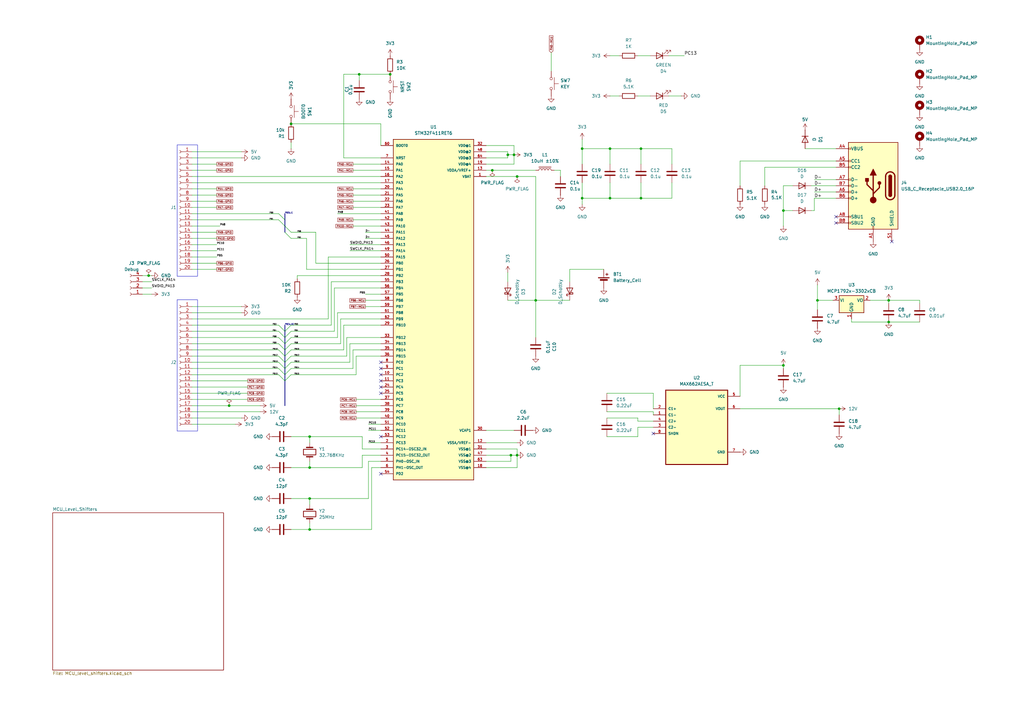
<source format=kicad_sch>
(kicad_sch (version 20250114) (generator "eeschema") (generator_version "9.0")
  (paper "A3")
  (rectangle (start 72.644 59.436) (end 81.026 113.284))
  (rectangle (start 72.644 122.936) (end 81.026 176.784))
  (junction (at 208.28 63.5))
  (junction (at 335.28 123.19))
  (junction (at 364.49 123.19))
  (junction (at 160.02 30.48))
  (junction (at 127 204.47))
  (junction (at 93.98 166.37))
  (junction (at 262.89 60.96))
  (junction (at 250.19 60.96))
  (junction (at 344.17 167.64))
  (junction (at 60.96 113.03))
  (junction (at 238.76 60.96))
  (junction (at 212.09 72.39))
  (junction (at 250.19 81.28))
  (junction (at 119.38 50.8))
  (junction (at 321.31 149.86))
  (junction (at 262.89 81.28))
  (junction (at 147.32 30.48))
  (junction (at 210.82 63.5))
  (junction (at 238.76 81.28))
  (junction (at 201.93 69.85))
  (junction (at 127 217.17))
  (junction (at 219.71 123.19))
  (junction (at 321.31 86.36))
  (junction (at 364.49 132.08))
  (junction (at 127 179.07))
  (junction (at 209.55 186.69))
  (junction (at 127 191.77))
  (junction (at 212.09 186.69))
  (no_connect (at 156.21 161.29))
  (no_connect (at 156.21 158.75))
  (no_connect (at 342.9 91.44))
  (no_connect (at 267.97 177.8))
  (no_connect (at 156.21 148.59))
  (no_connect (at 156.21 151.13))
  (no_connect (at 156.21 179.07))
  (no_connect (at 342.9 88.9))
  (no_connect (at 156.21 156.21))
  (no_connect (at 156.21 153.67))
  (no_connect (at 365.76 99.06))
  (no_connect (at 156.21 194.31))
  (bus_entry (at 116.84 151.13) (size 2.54 -2.54))
  (bus_entry (at 114.3 143.51) (size 2.54 2.54))
  (bus_entry (at 116.84 138.43) (size -2.54 -2.54))
  (bus_entry (at 114.3 146.05) (size 2.54 2.54))
  (bus_entry (at 114.3 140.97) (size 2.54 2.54))
  (bus_entry (at 116.84 148.59) (size 2.54 -2.54))
  (bus_entry (at 116.84 135.89) (size -2.54 -2.54))
  (bus_entry (at 114.3 148.59) (size 2.54 2.54))
  (bus_entry (at 116.84 156.21) (size 2.54 -2.54))
  (bus_entry (at 114.3 87.63) (size 2.54 2.54))
  (bus_entry (at 114.3 90.17) (size 2.54 2.54))
  (bus_entry (at 116.84 146.05) (size 2.54 -2.54))
  (bus_entry (at 116.84 143.51) (size 2.54 -2.54))
  (bus_entry (at 114.3 153.67) (size 2.54 2.54))
  (bus_entry (at 116.84 140.97) (size 2.54 -2.54))
  (bus_entry (at 116.84 92.71) (size 2.54 2.54))
  (bus_entry (at 116.84 153.67) (size 2.54 -2.54))
  (bus_entry (at 116.84 138.43) (size 2.54 -2.54))
  (bus_entry (at 114.3 138.43) (size 2.54 2.54))
  (bus_entry (at 116.84 135.89) (size 2.54 -2.54))
  (bus_entry (at 119.38 97.79) (size -2.54 -2.54))
  (bus_entry (at 114.3 151.13) (size 2.54 2.54))
  (wire (pts (xy 156.21 130.81) (xy 139.7 130.81)))
  (wire (pts (xy 146.05 163.83) (xy 156.21 163.83)))
  (bus (pts (xy 116.84 138.43) (xy 116.84 140.97)))
  (wire (pts (xy 156.21 186.69) (xy 148.59 186.69)))
  (wire (pts (xy 238.76 74.93) (xy 238.76 81.28)))
  (wire (pts (xy 377.19 123.19) (xy 377.19 124.46)))
  (wire (pts (xy 58.42 118.11) (xy 62.23 118.11)))
  (wire (pts (xy 143.51 148.59) (xy 119.38 148.59)))
  (wire (pts (xy 219.71 123.19) (xy 233.68 123.19)))
  (wire (pts (xy 135.89 115.57) (xy 135.89 133.35)))
  (wire (pts (xy 78.74 82.55) (xy 88.9 82.55)))
  (wire (pts (xy 78.74 100.33) (xy 88.9 100.33)))
  (wire (pts (xy 201.93 69.85) (xy 219.71 69.85)))
  (wire (pts (xy 341.63 123.19) (xy 335.28 123.19)))
  (wire (pts (xy 325.12 76.2) (xy 321.31 76.2)))
  (wire (pts (xy 219.71 123.19) (xy 219.71 138.43)))
  (wire (pts (xy 364.49 123.19) (xy 364.49 124.46)))
  (wire (pts (xy 332.74 76.2) (xy 342.9 76.2)))
  (wire (pts (xy 199.39 67.31) (xy 210.82 67.31)))
  (wire (pts (xy 144.78 90.17) (xy 156.21 90.17)))
  (wire (pts (xy 78.74 148.59) (xy 114.3 148.59)))
  (wire (pts (xy 62.23 113.03) (xy 60.96 113.03)))
  (wire (pts (xy 208.28 64.77) (xy 208.28 63.5)))
  (wire (pts (xy 149.86 123.19) (xy 156.21 123.19)))
  (bus (pts (xy 116.84 151.13) (xy 116.84 153.67)))
  (wire (pts (xy 321.31 86.36) (xy 321.31 92.71)))
  (wire (pts (xy 212.09 72.39) (xy 219.71 72.39)))
  (wire (pts (xy 146.05 171.45) (xy 156.21 171.45)))
  (wire (pts (xy 334.01 81.28) (xy 342.9 81.28)))
  (wire (pts (xy 78.74 62.23) (xy 99.06 62.23)))
  (wire (pts (xy 199.39 59.69) (xy 210.82 59.69)))
  (wire (pts (xy 229.87 69.85) (xy 229.87 72.39)))
  (wire (pts (xy 144.78 69.85) (xy 156.21 69.85)))
  (wire (pts (xy 58.42 113.03) (xy 60.96 113.03)))
  (wire (pts (xy 356.87 123.19) (xy 364.49 123.19)))
  (wire (pts (xy 261.62 172.72) (xy 261.62 171.45)))
  (wire (pts (xy 212.09 191.77) (xy 212.09 186.69)))
  (wire (pts (xy 78.74 92.71) (xy 90.17 92.71)))
  (wire (pts (xy 139.7 130.81) (xy 139.7 140.97)))
  (wire (pts (xy 78.74 133.35) (xy 114.3 133.35)))
  (wire (pts (xy 262.89 81.28) (xy 262.89 74.93)))
  (wire (pts (xy 138.43 138.43) (xy 119.38 138.43)))
  (wire (pts (xy 121.92 113.03) (xy 121.92 114.3)))
  (wire (pts (xy 127 204.47) (xy 151.13 204.47)))
  (wire (pts (xy 261.62 179.07) (xy 248.92 179.07)))
  (bus (pts (xy 116.84 140.97) (xy 116.84 143.51)))
  (wire (pts (xy 226.06 21.59) (xy 226.06 29.21)))
  (wire (pts (xy 250.19 60.96) (xy 250.19 67.31)))
  (wire (pts (xy 119.38 50.8) (xy 156.21 50.8)))
  (wire (pts (xy 78.74 140.97) (xy 114.3 140.97)))
  (wire (pts (xy 261.62 22.86) (xy 266.7 22.86)))
  (wire (pts (xy 151.13 204.47) (xy 151.13 189.23)))
  (wire (pts (xy 58.42 120.65) (xy 62.23 120.65)))
  (wire (pts (xy 78.74 161.29) (xy 101.6 161.29)))
  (wire (pts (xy 129.54 107.95) (xy 156.21 107.95)))
  (bus (pts (xy 116.84 148.59) (xy 116.84 151.13)))
  (wire (pts (xy 140.97 64.77) (xy 156.21 64.77)))
  (wire (pts (xy 238.76 57.15) (xy 238.76 60.96)))
  (wire (pts (xy 332.74 86.36) (xy 334.01 86.36)))
  (wire (pts (xy 139.7 140.97) (xy 119.38 140.97)))
  (wire (pts (xy 262.89 81.28) (xy 275.59 81.28)))
  (wire (pts (xy 219.71 72.39) (xy 219.71 123.19)))
  (wire (pts (xy 78.74 107.95) (xy 88.9 107.95)))
  (wire (pts (xy 146.05 166.37) (xy 156.21 166.37)))
  (wire (pts (xy 238.76 81.28) (xy 238.76 83.82)))
  (wire (pts (xy 250.19 81.28) (xy 262.89 81.28)))
  (wire (pts (xy 96.52 173.99) (xy 78.74 173.99)))
  (wire (pts (xy 199.39 184.15) (xy 212.09 184.15)))
  (wire (pts (xy 119.38 217.17) (xy 127 217.17)))
  (wire (pts (xy 156.21 118.11) (xy 137.16 118.11)))
  (wire (pts (xy 267.97 168.91) (xy 267.97 170.18)))
  (wire (pts (xy 233.68 110.49) (xy 233.68 115.57)))
  (wire (pts (xy 344.17 170.18) (xy 344.17 167.64)))
  (wire (pts (xy 321.31 149.86) (xy 321.31 151.13)))
  (wire (pts (xy 156.21 50.8) (xy 156.21 59.69)))
  (wire (pts (xy 144.78 92.71) (xy 156.21 92.71)))
  (wire (pts (xy 208.28 62.23) (xy 208.28 63.5)))
  (wire (pts (xy 250.19 74.93) (xy 250.19 81.28)))
  (wire (pts (xy 148.59 186.69) (xy 148.59 191.77)))
  (wire (pts (xy 119.38 58.42) (xy 119.38 60.96)))
  (wire (pts (xy 125.73 110.49) (xy 125.73 97.79)))
  (wire (pts (xy 334.01 78.74) (xy 342.9 78.74)))
  (wire (pts (xy 250.19 22.86) (xy 254 22.86)))
  (wire (pts (xy 275.59 81.28) (xy 275.59 74.93)))
  (wire (pts (xy 78.74 85.09) (xy 88.9 85.09)))
  (wire (pts (xy 156.21 184.15) (xy 148.59 184.15)))
  (wire (pts (xy 140.97 133.35) (xy 140.97 143.51)))
  (wire (pts (xy 250.19 39.37) (xy 254 39.37)))
  (wire (pts (xy 78.74 153.67) (xy 114.3 153.67)))
  (wire (pts (xy 156.21 138.43) (xy 142.24 138.43)))
  (wire (pts (xy 156.21 105.41) (xy 134.62 105.41)))
  (wire (pts (xy 149.86 120.65) (xy 156.21 120.65)))
  (wire (pts (xy 210.82 59.69) (xy 210.82 63.5)))
  (wire (pts (xy 151.13 176.53) (xy 156.21 176.53)))
  (wire (pts (xy 119.38 204.47) (xy 127 204.47)))
  (bus (pts (xy 116.84 135.89) (xy 116.84 138.43)))
  (wire (pts (xy 78.74 97.79) (xy 88.9 97.79)))
  (wire (pts (xy 99.06 125.73) (xy 78.74 125.73)))
  (wire (pts (xy 250.19 60.96) (xy 238.76 60.96)))
  (wire (pts (xy 147.32 33.02) (xy 147.32 30.48)))
  (wire (pts (xy 156.21 140.97) (xy 143.51 140.97)))
  (wire (pts (xy 364.49 123.19) (xy 377.19 123.19)))
  (wire (pts (xy 78.74 130.81) (xy 134.62 130.81)))
  (wire (pts (xy 144.78 151.13) (xy 119.38 151.13)))
  (wire (pts (xy 78.74 105.41) (xy 88.9 105.41)))
  (wire (pts (xy 135.89 133.35) (xy 119.38 133.35)))
  (wire (pts (xy 156.21 143.51) (xy 144.78 143.51)))
  (wire (pts (xy 233.68 110.49) (xy 247.65 110.49)))
  (wire (pts (xy 321.31 76.2) (xy 321.31 86.36)))
  (wire (pts (xy 156.21 115.57) (xy 135.89 115.57)))
  (wire (pts (xy 119.38 191.77) (xy 127 191.77)))
  (wire (pts (xy 262.89 60.96) (xy 250.19 60.96)))
  (wire (pts (xy 364.49 132.08) (xy 377.19 132.08)))
  (wire (pts (xy 209.55 189.23) (xy 209.55 186.69)))
  (wire (pts (xy 78.74 110.49) (xy 88.9 110.49)))
  (wire (pts (xy 125.73 110.49) (xy 156.21 110.49)))
  (wire (pts (xy 199.39 72.39) (xy 212.09 72.39)))
  (wire (pts (xy 138.43 128.27) (xy 138.43 138.43)))
  (wire (pts (xy 349.25 130.81) (xy 349.25 132.08)))
  (wire (pts (xy 78.74 69.85) (xy 88.9 69.85)))
  (wire (pts (xy 199.39 189.23) (xy 209.55 189.23)))
  (wire (pts (xy 78.74 87.63) (xy 114.3 87.63)))
  (wire (pts (xy 148.59 179.07) (xy 127 179.07)))
  (wire (pts (xy 152.4 217.17) (xy 152.4 191.77)))
  (bus (pts (xy 116.84 146.05) (xy 116.84 148.59)))
  (wire (pts (xy 78.74 143.51) (xy 114.3 143.51)))
  (bus (pts (xy 116.84 92.71) (xy 116.84 95.25)))
  (wire (pts (xy 143.51 140.97) (xy 143.51 148.59)))
  (wire (pts (xy 149.86 97.79) (xy 156.21 97.79)))
  (wire (pts (xy 156.21 113.03) (xy 121.92 113.03)))
  (wire (pts (xy 303.53 149.86) (xy 321.31 149.86)))
  (wire (pts (xy 149.86 125.73) (xy 156.21 125.73)))
  (wire (pts (xy 119.38 97.79) (xy 125.73 97.79)))
  (wire (pts (xy 303.53 149.86) (xy 303.53 162.56)))
  (wire (pts (xy 78.74 138.43) (xy 114.3 138.43)))
  (wire (pts (xy 78.74 90.17) (xy 114.3 90.17)))
  (wire (pts (xy 267.97 172.72) (xy 261.62 172.72)))
  (wire (pts (xy 140.97 64.77) (xy 140.97 30.48)))
  (wire (pts (xy 303.53 167.64) (xy 344.17 167.64)))
  (wire (pts (xy 275.59 60.96) (xy 262.89 60.96)))
  (wire (pts (xy 78.74 67.31) (xy 88.9 67.31)))
  (bus (pts (xy 116.84 87.63) (xy 116.84 90.17)))
  (wire (pts (xy 78.74 146.05) (xy 114.3 146.05)))
  (wire (pts (xy 58.42 115.57) (xy 62.23 115.57)))
  (wire (pts (xy 274.32 39.37) (xy 279.4 39.37)))
  (wire (pts (xy 261.62 171.45) (xy 248.92 171.45)))
  (wire (pts (xy 144.78 67.31) (xy 156.21 67.31)))
  (wire (pts (xy 137.16 118.11) (xy 137.16 135.89)))
  (wire (pts (xy 78.74 72.39) (xy 156.21 72.39)))
  (wire (pts (xy 274.32 22.86) (xy 280.67 22.86)))
  (wire (pts (xy 208.28 123.19) (xy 219.71 123.19)))
  (wire (pts (xy 261.62 39.37) (xy 266.7 39.37)))
  (wire (pts (xy 208.28 63.5) (xy 210.82 63.5)))
  (wire (pts (xy 342.9 66.04) (xy 303.53 66.04)))
  (wire (pts (xy 267.97 161.29) (xy 248.92 161.29)))
  (wire (pts (xy 78.74 102.87) (xy 88.9 102.87)))
  (wire (pts (xy 140.97 30.48) (xy 147.32 30.48)))
  (wire (pts (xy 275.59 67.31) (xy 275.59 60.96)))
  (wire (pts (xy 267.97 168.91) (xy 248.92 168.91)))
  (bus (pts (xy 116.84 143.51) (xy 116.84 146.05)))
  (wire (pts (xy 334.01 86.36) (xy 334.01 81.28)))
  (wire (pts (xy 146.05 146.05) (xy 146.05 153.67)))
  (wire (pts (xy 137.16 135.89) (xy 119.38 135.89)))
  (wire (pts (xy 303.53 66.04) (xy 303.53 76.2)))
  (wire (pts (xy 151.13 173.99) (xy 156.21 173.99)))
  (wire (pts (xy 199.39 64.77) (xy 208.28 64.77)))
  (wire (pts (xy 143.51 102.87) (xy 156.21 102.87)))
  (wire (pts (xy 144.78 80.01) (xy 156.21 80.01)))
  (wire (pts (xy 267.97 175.26) (xy 261.62 175.26)))
  (wire (pts (xy 199.39 176.53) (xy 210.82 176.53)))
  (wire (pts (xy 99.06 171.45) (xy 78.74 171.45)))
  (wire (pts (xy 127 204.47) (xy 127 207.01)))
  (wire (pts (xy 148.59 191.77) (xy 127 191.77)))
  (wire (pts (xy 147.32 30.48) (xy 160.02 30.48)))
  (wire (pts (xy 78.74 156.21) (xy 101.6 156.21)))
  (wire (pts (xy 142.24 138.43) (xy 142.24 146.05)))
  (wire (pts (xy 119.38 95.25) (xy 129.54 95.25)))
  (wire (pts (xy 156.21 128.27) (xy 138.43 128.27)))
  (wire (pts (xy 199.39 181.61) (xy 212.09 181.61)))
  (wire (pts (xy 267.97 167.64) (xy 267.97 161.29)))
  (wire (pts (xy 148.59 184.15) (xy 148.59 179.07)))
  (wire (pts (xy 199.39 186.69) (xy 209.55 186.69)))
  (wire (pts (xy 342.9 68.58) (xy 313.69 68.58)))
  (wire (pts (xy 119.38 179.07) (xy 127 179.07)))
  (wire (pts (xy 199.39 69.85) (xy 201.93 69.85)))
  (wire (pts (xy 238.76 81.28) (xy 250.19 81.28)))
  (wire (pts (xy 156.21 146.05) (xy 146.05 146.05)))
  (wire (pts (xy 134.62 105.41) (xy 134.62 130.81)))
  (wire (pts (xy 78.74 95.25) (xy 88.9 95.25)))
  (wire (pts (xy 199.39 62.23) (xy 208.28 62.23)))
  (wire (pts (xy 199.39 191.77) (xy 212.09 191.77)))
  (bus (pts (xy 116.84 133.35) (xy 116.84 135.89)))
  (wire (pts (xy 138.43 87.63) (xy 156.21 87.63)))
  (wire (pts (xy 140.97 143.51) (xy 119.38 143.51)))
  (wire (pts (xy 335.28 116.84) (xy 335.28 123.19)))
  (wire (pts (xy 78.74 74.93) (xy 156.21 74.93)))
  (wire (pts (xy 144.78 143.51) (xy 144.78 151.13)))
  (wire (pts (xy 334.01 73.66) (xy 342.9 73.66)))
  (wire (pts (xy 78.74 77.47) (xy 88.9 77.47)))
  (wire (pts (xy 313.69 68.58) (xy 313.69 76.2)))
  (bus (pts (xy 116.84 156.21) (xy 116.84 166.37)))
  (wire (pts (xy 78.74 168.91) (xy 106.68 168.91)))
  (wire (pts (xy 238.76 60.96) (xy 238.76 67.31)))
  (wire (pts (xy 146.05 168.91) (xy 156.21 168.91)))
  (wire (pts (xy 78.74 135.89) (xy 114.3 135.89)))
  (wire (pts (xy 78.74 80.01) (xy 88.9 80.01)))
  (bus (pts (xy 116.84 90.17) (xy 116.84 92.71)))
  (wire (pts (xy 127 191.77) (xy 127 189.23)))
  (wire (pts (xy 212.09 184.15) (xy 212.09 186.69)))
  (wire (pts (xy 321.31 86.36) (xy 325.12 86.36)))
  (wire (pts (xy 127 214.63) (xy 127 217.17)))
  (wire (pts (xy 210.82 67.31) (xy 210.82 63.5)))
  (wire (pts (xy 142.24 146.05) (xy 119.38 146.05)))
  (wire (pts (xy 106.68 166.37) (xy 93.98 166.37)))
  (wire (pts (xy 78.74 151.13) (xy 114.3 151.13)))
  (wire (pts (xy 146.05 153.67) (xy 119.38 153.67)))
  (wire (pts (xy 149.86 95.25) (xy 156.21 95.25)))
  (wire (pts (xy 99.06 128.27) (xy 78.74 128.27)))
  (bus (pts (xy 116.84 153.67) (xy 116.84 156.21)))
  (wire (pts (xy 127 181.61) (xy 127 179.07)))
  (wire (pts (xy 227.33 69.85) (xy 229.87 69.85)))
  (wire (pts (xy 156.21 191.77) (xy 152.4 191.77)))
  (wire (pts (xy 127 217.17) (xy 152.4 217.17)))
  (wire (pts (xy 93.98 166.37) (xy 78.74 166.37)))
  (wire (pts (xy 144.78 77.47) (xy 156.21 77.47)))
  (wire (pts (xy 143.51 100.33) (xy 156.21 100.33)))
  (wire (pts (xy 156.21 133.35) (xy 140.97 133.35)))
  (wire (pts (xy 208.28 111.76) (xy 208.28 115.57)))
  (wire (pts (xy 129.54 107.95) (xy 129.54 95.25)))
  (wire (pts (xy 156.21 189.23) (xy 151.13 189.23)))
  (wire (pts (xy 144.78 82.55) (xy 156.21 82.55)))
  (wire (pts (xy 209.55 186.69) (xy 212.09 186.69)))
  (wire (pts (xy 262.89 60.96) (xy 262.89 67.31)))
  (wire (pts (xy 144.78 85.09) (xy 156.21 85.09)))
  (wire (pts (xy 349.25 132.08) (xy 364.49 132.08)))
  (wire (pts (xy 78.74 163.83) (xy 101.6 163.83)))
  (wire (pts (xy 151.13 181.61) (xy 156.21 181.61)))
  (wire (pts (xy 78.74 158.75) (xy 101.6 158.75)))
  (wire (pts (xy 330.2 60.96) (xy 342.9 60.96)))
  (wire (pts (xy 335.28 123.19) (xy 335.28 127)))
  (wire (pts (xy 261.62 175.26) (xy 261.62 179.07)))
  (wire (pts (xy 78.74 64.77) (xy 99.06 64.77)))
  (label "PC13" (at 280.67 22.86 0))
  (label "D-" (at 149.86 95.25 0) (effects (font (size 0.762 0.762))))
  (label "D+" (at 334.01 78.74 0))
  (label "PB10" (at 111.76 143.51 0) (effects (font (size 0.508 0.508))))
  (label "PB9" (at 111.76 140.97 0) (effects (font (size 0.508 0.508))))
  (label "D-" (at 334.01 76.2 0))
  (label "PB0" (at 121.92 95.25 0) (effects (font (size 0.508 0.508))))
  (label "PB4" (at 120.65 135.89 0) (effects (font (size 0.508 0.508))))
  (label "PC10" (at 151.13 173.99 0) (effects (font (size 0.762 0.762))))
  (label "PB10" (at 120.65 143.51 0) (effects (font (size 0.508 0.508))))
  (label "D+" (at 334.01 81.28 0))
  (label "PB12" (at 120.65 146.05 0) (effects (font (size 0.508 0.508))))
  (label "PB3" (at 111.76 133.35 0) (effects (font (size 0.508 0.508))))
  (label "SWCLK_PA14" (at 143.51 102.87 0) (effects (font (size 1.016 1.016))))
  (label "PB0" (at 110.49 87.63 0) (effects (font (size 0.508 0.508))))
  (label "PA8" (at 90.17 92.71 0) (effects (font (size 0.762 0.762))))
  (label "PB4" (at 111.76 135.89 0) (effects (font (size 0.508 0.508))))
  (label "SWDIO_PA13" (at 143.51 100.33 0) (effects (font (size 1.016 1.016))))
  (label "SWCLK_PA14" (at 62.23 115.57 0) (effects (font (size 1.016 1.016))))
  (label "D-" (at 334.01 73.66 0))
  (label "PB15" (at 111.76 153.67 0) (effects (font (size 0.508 0.508))))
  (label "PB8" (at 120.65 138.43 0) (effects (font (size 0.508 0.508))))
  (label "PB12" (at 111.76 146.05 0) (effects (font (size 0.508 0.508))))
  (label "PB5" (at 88.9 105.41 0) (effects (font (size 0.762 0.762))))
  (label "SWDIO_PA13" (at 62.23 118.11 0) (effects (font (size 1.016 1.016))))
  (label "PB13" (at 111.76 148.59 0) (effects (font (size 0.508 0.508))))
  (label "PC10" (at 88.9 100.33 0) (effects (font (size 0.762 0.762))))
  (label "PB9" (at 120.65 140.97 0) (effects (font (size 0.508 0.508))))
  (label "PB[0..1]" (at 116.84 87.63 0) (effects (font (size 0.508 0.508))))
  (label "PB3" (at 120.65 133.35 0) (effects (font (size 0.508 0.508))))
  (label "D+" (at 149.86 97.79 0) (effects (font (size 0.762 0.762))))
  (label "PB[3..15]" (at 116.84 133.35 0) (effects (font (size 0.508 0.508))))
  (label "PB13" (at 120.65 148.59 0) (effects (font (size 0.508 0.508))))
  (label "PB15" (at 120.65 153.67 0) (effects (font (size 0.508 0.508))))
  (label "PB5" (at 149.86 120.65 180) (effects (font (size 0.762 0.762))))
  (label "PB8" (at 111.76 138.43 0) (effects (font (size 0.508 0.508))))
  (label "PC11" (at 88.9 102.87 0) (effects (font (size 0.762 0.762))))
  (label "PB14" (at 111.76 151.13 0) (effects (font (size 0.508 0.508))))
  (label "PB1" (at 110.49 90.17 0) (effects (font (size 0.508 0.508))))
  (label "PC13" (at 151.13 181.61 0) (effects (font (size 0.635 0.635))))
  (label "PB14" (at 120.65 151.13 0) (effects (font (size 0.508 0.508))))
  (label "PA8" (at 138.43 87.63 0) (effects (font (size 0.762 0.762))))
  (label "PC11" (at 151.13 176.53 0) (effects (font (size 0.762 0.762))))
  (label "PB1" (at 121.92 97.79 0) (effects (font (size 0.508 0.508))))
  (global_label "PC8-GPIO" (shape passive) (at 101.6 161.29 0) (effects (font (size 0.762 0.762))) (property "Intersheetrefs" "${INTERSHEET_REFS}" (effects (hide yes))))
  (global_label "PC7-GPIO" (shape passive) (at 101.6 158.75 0) (effects (font (size 0.762 0.762))) (property "Intersheetrefs" "${INTERSHEET_REFS}" (effects (hide yes))))
  (global_label "PA0-GPIO" (shape passive) (at 88.9 67.31 0) (effects (font (size 0.762 0.762))) (property "Intersheetrefs" "${INTERSHEET_REFS}" (effects (hide yes))))
  (global_label "PA10-GPIO" (shape passive) (at 88.9 97.79 0) (effects (font (size 0.762 0.762))) (property "Intersheetrefs" "${INTERSHEET_REFS}" (effects (hide yes))))
  (global_label "PB6-MCU" (shape passive) (at 149.86 123.19 180) (effects (font (size 0.762 0.762))) (property "Intersheetrefs" "${INTERSHEET_REFS}" (effects (hide yes))))
  (global_label "PA4-GPIO" (shape passive) (at 88.9 77.47 0) (effects (font (size 0.762 0.762))) (property "Intersheetrefs" "${INTERSHEET_REFS}" (effects (hide yes))))
  (global_label "PC7-MCU" (shape passive) (at 146.05 166.37 180) (effects (font (size 0.762 0.762))) (property "Intersheetrefs" "${INTERSHEET_REFS}" (effects (hide yes))))
  (global_label "PA6-MCU" (shape passive) (at 144.78 82.55 180) (effects (font (size 0.762 0.762))) (property "Intersheetrefs" "${INTERSHEET_REFS}" (effects (hide yes))))
  (global_label "PB7-GPIO" (shape passive) (at 88.9 110.49 0) (effects (font (size 0.762 0.762))) (property "Intersheetrefs" "${INTERSHEET_REFS}" (effects (hide yes))))
  (global_label "PA10-MCU" (shape passive) (at 144.78 92.71 180) (effects (font (size 0.762 0.762))) (property "Intersheetrefs" "${INTERSHEET_REFS}" (effects (hide yes))))
  (global_label "PC9-GPIO" (shape passive) (at 101.6 163.83 0) (effects (font (size 0.762 0.762))) (property "Intersheetrefs" "${INTERSHEET_REFS}" (effects (hide yes))))
  (global_label "PA5-MCU" (shape passive) (at 144.78 80.01 180) (effects (font (size 0.762 0.762))) (property "Intersheetrefs" "${INTERSHEET_REFS}" (effects (hide yes))))
  (global_label "PA5-GPIO" (shape passive) (at 88.9 80.01 0) (effects (font (size 0.762 0.762))) (property "Intersheetrefs" "${INTERSHEET_REFS}" (effects (hide yes))))
  (global_label "PA4-MCU" (shape passive) (at 144.78 77.47 180) (effects (font (size 0.762 0.762))) (property "Intersheetrefs" "${INTERSHEET_REFS}" (effects (hide yes))))
  (global_label "PC6-MCU" (shape passive) (at 146.05 163.83 180) (effects (font (size 0.762 0.762))) (property "Intersheetrefs" "${INTERSHEET_REFS}" (effects (hide yes))))
  (global_label "PA0-MCU" (shape passive) (at 144.78 67.31 180) (effects (font (size 0.762 0.762))) (property "Intersheetrefs" "${INTERSHEET_REFS}" (effects (hide yes))))
  (global_label "PA7-MCU" (shape passive) (at 144.78 85.09 180) (effects (font (size 0.762 0.762))) (property "Intersheetrefs" "${INTERSHEET_REFS}" (effects (hide yes))))
  (global_label "PC9-MCU" (shape passive) (at 146.05 171.45 180) (effects (font (size 0.762 0.762))) (property "Intersheetrefs" "${INTERSHEET_REFS}" (effects (hide yes))))
  (global_label "PC8-MCU" (shape passive) (at 146.05 168.91 180) (effects (font (size 0.762 0.762))) (property "Intersheetrefs" "${INTERSHEET_REFS}" (effects (hide yes))))
  (global_label "PC6-GPIO" (shape passive) (at 101.6 156.21 0) (effects (font (size 0.762 0.762))) (property "Intersheetrefs" "${INTERSHEET_REFS}" (effects (hide yes))))
  (global_label "PA1-GPIO" (shape passive) (at 88.9 69.85 0) (effects (font (size 0.762 0.762))) (property "Intersheetrefs" "${INTERSHEET_REFS}" (effects (hide yes))))
  (global_label "PA6-GPIO" (shape passive) (at 88.9 82.55 0) (effects (font (size 0.762 0.762))) (property "Intersheetrefs" "${INTERSHEET_REFS}" (effects (hide yes))))
  (global_label "PA9-GPIO" (shape passive) (at 88.9 95.25 0) (effects (font (size 0.762 0.762))) (property "Intersheetrefs" "${INTERSHEET_REFS}" (effects (hide yes))))
  (global_label "PA7-GPIO" (shape passive) (at 88.9 85.09 0) (effects (font (size 0.762 0.762))) (property "Intersheetrefs" "${INTERSHEET_REFS}" (effects (hide yes))))
  (global_label "PA1-MCU" (shape passive) (at 144.78 69.85 180) (effects (font (size 0.762 0.762))) (property "Intersheetrefs" "${INTERSHEET_REFS}" (effects (hide yes))))
  (global_label "PB6-GPIO" (shape passive) (at 88.9 107.95 0) (effects (font (size 0.762 0.762))) (property "Intersheetrefs" "${INTERSHEET_REFS}" (effects (hide yes))))
  (global_label "PB7-MCU" (shape passive) (at 149.86 125.73 180) (effects (font (size 0.762 0.762))) (property "Intersheetrefs" "${INTERSHEET_REFS}" (effects (hide yes))))
  (global_label "PA9-MCU" (shape passive) (at 144.78 90.17 180) (effects (font (size 0.762 0.762))) (property "Intersheetrefs" "${INTERSHEET_REFS}" (effects (hide yes))))
  (global_label "PA0-MCU" (shape input) (at 226.06 21.59 90) (effects (font (size 0.762 0.762))) (property "Intersheetrefs" "${INTERSHEET_REFS}" (effects (hide yes))))
  (symbol (lib_id "power:GND") (at 147.32 40.64 0) (unit 1)
    (property "Reference" "#PWR0107" (effects (hide yes)))
    (property "Value" "GND" (at 149.86 41.9099 0) (effects (justify left)))
    (property "Description" "Power symbol creates a global label with name \"GND\" , ground" (effects (hide yes)))
  )
  (symbol (lib_id "power:VCC") (at 364.49 123.19 0) (unit 1)
    (property "Reference" "#PWR043" (effects (hide yes)))
    (property "Value" "3V3" (at 364.49 118.11 0))
    (property "Description" "Power symbol creates a global label with name \"VCC\"" (effects (hide yes)))
  )
  (symbol (lib_id "Device:C") (at 115.57 204.47 90) (unit 1)
    (property "Reference" "C4" (at 115.57 196.85 90))
    (property "Value" "12pF" (at 115.57 199.39 90))
    (property "Footprint" "Capacitor_SMD:C_0603_1608Metric_Pad1.08x0.95mm_HandSolder" (effects (hide yes)))
    (property "Description" "Unpolarized capacitor" (effects (hide yes)))
  )
  (symbol (lib_id "power:GND") (at 218.44 176.53 90) (unit 1)
    (property "Reference" "#PWR0116" (effects (hide yes)))
    (property "Value" "GND" (at 222.25 176.5299 90) (effects (justify right)))
    (property "Description" "Power symbol creates a global label with name \"GND\" , ground" (effects (hide yes)))
  )
  (symbol (lib_id "Device:C") (at 229.87 76.2 180) (unit 1)
    (property "Reference" "C14" (at 233.68 74.9299 0) (effects (justify right)))
    (property "Value" "0.1u" (at 233.68 77.4699 0) (effects (justify right)))
    (property "Footprint" "Capacitor_SMD:C_0603_1608Metric_Pad1.08x0.95mm_HandSolder" (effects (hide yes)))
    (property "Description" "Unpolarized capacitor" (effects (hide yes)))
  )
  (symbol (lib_id "power:VCC") (at 344.17 167.64 270) (unit 1)
    (property "Reference" "#PWR059" (effects (hide yes)))
    (property "Value" "12V" (at 347.98 167.6399 90) (effects (justify left)))
    (property "Description" "Power symbol creates a global label with name \"VCC\"" (effects (hide yes)))
  )
  (symbol (lib_id "power:GND") (at 111.76 191.77 270) (unit 1)
    (property "Reference" "#PWR0113" (effects (hide yes)))
    (property "Value" "GND" (at 107.95 191.7699 90) (effects (justify right)))
    (property "Description" "Power symbol creates a global label with name \"GND\" , ground" (effects (hide yes)))
  )
  (symbol (lib_id "power:VCC") (at 96.52 173.99 270) (unit 1)
    (property "Reference" "#PWR0139" (effects (hide yes)))
    (property "Value" "3V3" (at 100.33 173.9899 90) (effects (justify left)))
    (property "Description" "Power symbol creates a global label with name \"VCC\"" (effects (hide yes)))
  )
  (symbol (lib_id "Device:D_Schottky") (at 208.28 119.38 270) (mirror x) (unit 1)
    (property "Reference" "D3" (at 214.63 119.6975 0))
    (property "Value" "D_Schottky" (at 212.09 119.6975 0))
    (property "Footprint" "Diode_SMD:D_0603_1608Metric_Pad1.05x0.95mm_HandSolder" (effects (hide yes)))
    (property "Description" "Schottky diode" (effects (hide yes)))
  )
  (symbol (lib_id "power:GND") (at 279.4 39.37 90) (unit 1)
    (property "Reference" "#PWR049" (effects (hide yes)))
    (property "Value" "GND" (at 283.21 39.3699 90) (effects (justify right)))
    (property "Description" "Power symbol creates a global label with name \"GND\" , ground" (effects (hide yes)))
  )
  (symbol (lib_id "Device:R") (at 257.81 39.37 90) (unit 1)
    (property "Reference" "R6" (at 257.81 33.02 90))
    (property "Value" "5.1K" (at 257.81 35.56 90))
    (property "Footprint" "Resistor_SMD:R_0603_1608Metric_Pad0.98x0.95mm_HandSolder" (effects (hide yes)))
    (property "Description" "Resistor" (effects (hide yes)))
  )
  (symbol (lib_id "power:VCC") (at 160.02 22.86 0) (unit 1)
    (property "Reference" "#PWR0118" (effects (hide yes)))
    (property "Value" "3V3" (at 160.02 17.78 0))
    (property "Description" "Power symbol creates a global label with name \"VCC\"" (effects (hide yes)))
  )
  (symbol (lib_id "power:PWR_FLAG") (at 60.96 113.03 0) (unit 1)
    (property "Reference" "#FLG010" (effects (hide yes)))
    (property "Value" "PWR_FLAG" (at 60.96 107.95 0))
    (property "Description" "Special symbol for telling ERC where power comes from" (effects (hide yes)))
  )
  (symbol (lib_id "Device:L_Iron") (at 223.52 69.85 90) (unit 1)
    (property "Reference" "L1" (at 223.52 63.5 90))
    (property "Value" "10uH ±10%" (at 223.52 66.04 90))
    (property "Footprint" "Inductor_SMD:L_0603_1608Metric_Pad1.05x0.95mm_HandSolder" (effects (hide yes)))
    (property "Description" "Inductor with iron core" (effects (hide yes)))
  )
  (symbol (lib_id "Device:C") (at 344.17 173.99 0) (unit 1)
    (property "Reference" "C18" (at 347.98 172.7199 0) (effects (justify left)))
    (property "Value" "4.7uF" (at 347.98 175.2599 0) (effects (justify left)))
    (property "Footprint" "Capacitor_SMD:C_0603_1608Metric_Pad1.08x0.95mm_HandSolder" (effects (hide yes)))
    (property "Description" "Unpolarized capacitor" (effects (hide yes)))
  )
  (symbol (lib_id "Device:C") (at 335.28 130.81 0) (unit 1)
    (property "Reference" "C7" (at 339.09 129.5399 0) (effects (justify left)))
    (property "Value" "4.7uF" (at 339.09 132.0799 0) (effects (justify left)))
    (property "Footprint" "Capacitor_SMD:C_0603_1608Metric_Pad1.08x0.95mm_HandSolder" (effects (hide yes)))
    (property "Description" "Unpolarized capacitor" (effects (hide yes)))
  )
  (symbol (lib_id "power:GND") (at 121.92 121.92 0) (unit 1)
    (property "Reference" "#PWR0101" (effects (hide yes)))
    (property "Value" "GND" (at 121.92 127 0))
    (property "Description" "Power symbol creates a global label with name \"GND\" , ground" (effects (hide yes)))
  )
  (symbol (lib_id "Device:R") (at 313.69 80.01 0) (unit 1)
    (property "Reference" "R4" (at 316.23 78.7399 0) (effects (justify left)))
    (property "Value" "5.1K" (at 320.802 81.026 0) (effects (justify right)))
    (property "Footprint" "Resistor_SMD:R_0603_1608Metric_Pad0.98x0.95mm_HandSolder" (effects (hide yes)))
    (property "Description" "Resistor" (effects (hide yes)))
  )
  (symbol (lib_id "Switch:SW_Push") (at 226.06 34.29 270) (unit 1)
    (property "Reference" "SW7" (at 229.87 33.0199 90) (effects (justify left)))
    (property "Value" "KEY" (at 229.87 35.5599 90) (effects (justify left)))
    (property "Footprint" "Button_Switch_THT:SW_PUSH_6mm" (effects (hide yes)))
    (property "Description" "Push button switch, generic, two pins" (effects (hide yes)))
  )
  (symbol (lib_id "Device:D") (at 330.2 57.15 270) (unit 1)
    (property "Reference" "D1" (at 336.55 57.15 0))
    (property "Value" "D" (at 334.01 57.15 0))
    (property "Footprint" "Diode_SMD:D_0603_1608Metric_Pad1.05x0.95mm_HandSolder" (effects (hide yes)))
    (property "Description" "Diode" (effects (hide yes)))
    (property "Sim.Device" "D" (effects (hide yes)))
    (property "Sim.Pins" "1=K 2=A" (effects (hide yes)))
  )
  (symbol (lib_id "Device:D") (at 328.93 86.36 180) (unit 1)
    (property "Reference" "D17" (at 328.93 80.01 0))
    (property "Value" "D" (at 328.93 82.55 0))
    (property "Footprint" "Diode_SMD:D_0603_1608Metric_Pad1.05x0.95mm_HandSolder" (effects (hide yes)))
    (property "Description" "Diode" (effects (hide yes)))
    (property "Sim.Device" "D" (effects (hide yes)))
    (property "Sim.Pins" "1=K 2=A" (effects (hide yes)))
  )
  (symbol (lib_id "Connector:Conn_01x04_Socket") (at 53.34 118.11 180) (unit 1)
    (property "Reference" "J3" (at 53.975 107.95 0))
    (property "Value" "Debug" (at 53.975 110.49 0))
    (property "Footprint" "Connector_Hirose:Hirose_DF13-04P-1.25DSA_1x04_P1.25mm_Vertical" (effects (hide yes)))
    (property "Description" "Generic connector, single row, 01x04, script generated" (effects (hide yes)))
  )
  (symbol (lib_id "power:PWR_FLAG") (at 212.09 72.39 180) (unit 1)
    (property "Reference" "#FLG07" (effects (hide yes)))
    (property "Value" "PWR_FLAG" (at 212.09 77.47 0))
    (property "Description" "Special symbol for telling ERC where power comes from" (effects (hide yes)))
  )
  (symbol (lib_id "power:GND") (at 219.71 146.05 0) (unit 1)
    (property "Reference" "#PWR045" (effects (hide yes)))
    (property "Value" "GND" (at 219.71 151.13 0))
    (property "Description" "Power symbol creates a global label with name \"GND\" , ground" (effects (hide yes)))
  )
  (symbol (lib_id "power:GND") (at 111.76 204.47 270) (unit 1)
    (property "Reference" "#PWR0111" (effects (hide yes)))
    (property "Value" "GND" (at 107.95 204.4699 90) (effects (justify right)))
    (property "Description" "Power symbol creates a global label with name \"GND\" , ground" (effects (hide yes)))
  )
  (symbol (lib_id "Mechanical:MountingHole_Pad_MP") (at 377.19 44.45 0) (unit 1) (in_bom no)
    (property "Reference" "H3" (at 379.73 41.9099 0) (effects (justify left)))
    (property "Value" "MountingHole_Pad_MP" (at 379.73 44.4499 0) (effects (justify left)))
    (property "Footprint" "MountingHole:MountingHole_3.2mm_M3_DIN965_Pad_TopBottom" (effects (hide yes)))
    (property "Description" "Mounting Hole with connection as pad named MP" (effects (hide yes)))
  )
  (symbol (lib_id "power:GND") (at 344.17 177.8 0) (unit 1)
    (property "Reference" "#PWR056" (effects (hide yes)))
    (property "Value" "GND" (at 344.17 182.88 0))
    (property "Description" "Power symbol creates a global label with name \"GND\" , ground" (effects (hide yes)))
  )
  (symbol (lib_id "power:GND") (at 313.69 83.82 0) (unit 1)
    (property "Reference" "#PWR022" (effects (hide yes)))
    (property "Value" "GND" (at 313.69 88.9 0))
    (property "Description" "Power symbol creates a global label with name \"GND\" , ground" (effects (hide yes)))
  )
  (symbol (lib_id "power:VCC") (at 321.31 149.86 0) (unit 1)
    (property "Reference" "#PWR058" (effects (hide yes)))
    (property "Value" "5V" (at 321.31 144.78 0))
    (property "Description" "Power symbol creates a global label with name \"VCC\"" (effects (hide yes)))
  )
  (symbol (lib_id "Connector:USB_C_Receptacle_USB2.0_16P") (at 358.14 76.2 0) (mirror y) (unit 1)
    (property "Reference" "J4" (at 369.57 74.9299 0) (effects (justify right)))
    (property "Value" "USB_C_Receptacle_USB2.0_16P" (at 369.57 77.4699 0) (effects (justify right)))
    (property "Footprint" "Connector_USB:USB_C_Receptacle_G-Switch_GT-USB-7010ASV" (effects (hide yes)))
    (property "Datasheet" "https://www.usb.org/sites/default/files/documents/usb_type-c.zip" (effects (hide yes)))
    (property "Description" "USB 2.0-only 16P Type-C Receptacle connector" (effects (hide yes)))
  )
  (symbol (lib_id "power:GND") (at 377.19 34.29 0) (unit 1)
    (property "Reference" "#PWR097" (effects (hide yes)))
    (property "Value" "GND" (at 377.19 39.37 0))
    (property "Description" "Power symbol creates a global label with name \"GND\" , ground" (effects (hide yes)))
  )
  (symbol (lib_id "Device:C") (at 147.32 36.83 0) (unit 1)
    (property "Reference" "C1" (at 142.24 36.576 90))
    (property "Value" "0.1u" (at 143.764 36.83 90))
    (property "Footprint" "Capacitor_SMD:C_0603_1608Metric_Pad1.08x0.95mm_HandSolder" (effects (hide yes)))
    (property "Description" "Unpolarized capacitor" (effects (hide yes)))
  )
  (symbol (lib_id "Device:C") (at 377.19 128.27 0) (unit 1)
    (property "Reference" "C9" (at 381 126.9999 0) (effects (justify left)))
    (property "Value" "0.01uF" (at 381 129.5399 0) (effects (justify left)))
    (property "Footprint" "Capacitor_SMD:C_0603_1608Metric_Pad1.08x0.95mm_HandSolder" (effects (hide yes)))
    (property "Description" "Unpolarized capacitor" (effects (hide yes)))
  )
  (symbol (lib_id "Mechanical:MountingHole_Pad_MP") (at 377.19 17.78 0) (unit 1) (in_bom no)
    (property "Reference" "H1" (at 379.73 15.2399 0) (effects (justify left)))
    (property "Value" "MountingHole_Pad_MP" (at 379.73 17.7799 0) (effects (justify left)))
    (property "Footprint" "MountingHole:MountingHole_3.2mm_M3_DIN965_Pad_TopBottom" (effects (hide yes)))
    (property "Description" "Mounting Hole with connection as pad named MP" (effects (hide yes)))
  )
  (symbol (lib_id "power:GND") (at 377.19 59.69 0) (unit 1)
    (property "Reference" "#PWR099" (effects (hide yes)))
    (property "Value" "GND" (at 377.19 64.77 0))
    (property "Description" "Power symbol creates a global label with name \"GND\" , ground" (effects (hide yes)))
  )
  (symbol (lib_id "Device:C") (at 262.89 71.12 0) (unit 1)
    (property "Reference" "C12" (at 266.7 69.8499 0) (effects (justify left)))
    (property "Value" "0.1u" (at 266.7 72.3899 0) (effects (justify left)))
    (property "Footprint" "Capacitor_SMD:C_0603_1608Metric_Pad1.08x0.95mm_HandSolder" (effects (hide yes)))
    (property "Description" "Unpolarized capacitor" (effects (hide yes)))
  )
  (symbol (lib_id "power:GND") (at 364.49 132.08 0) (unit 1)
    (property "Reference" "#PWR044" (effects (hide yes)))
    (property "Value" "GND" (at 364.49 137.16 0))
    (property "Description" "Power symbol creates a global label with name \"GND\" , ground" (effects (hide yes)))
  )
  (symbol (lib_id "power:VCC") (at 119.38 40.64 0) (unit 1)
    (property "Reference" "#PWR0109" (effects (hide yes)))
    (property "Value" "3V3" (at 119.3801 36.83 90) (effects (justify left)))
    (property "Description" "Power symbol creates a global label with name \"VCC\"" (effects (hide yes)))
  )
  (symbol (lib_id "Device:C") (at 275.59 71.12 0) (unit 1)
    (property "Reference" "C13" (at 279.4 69.8499 0) (effects (justify left)))
    (property "Value" "0.1u" (at 279.4 72.3899 0) (effects (justify left)))
    (property "Footprint" "Capacitor_SMD:C_0603_1608Metric_Pad1.08x0.95mm_HandSolder" (effects (hide yes)))
    (property "Description" "Unpolarized capacitor" (effects (hide yes)))
  )
  (symbol (lib_id "power:GND") (at 335.28 134.62 0) (unit 1)
    (property "Reference" "#PWR042" (effects (hide yes)))
    (property "Value" "GND" (at 335.28 139.7 0))
    (property "Description" "Power symbol creates a global label with name \"GND\" , ground" (effects (hide yes)))
  )
  (symbol (lib_id "Device:C") (at 250.19 71.12 0) (unit 1)
    (property "Reference" "C11" (at 254 69.8499 0) (effects (justify left)))
    (property "Value" "0.1u" (at 254 72.3899 0) (effects (justify left)))
    (property "Footprint" "Capacitor_SMD:C_0603_1608Metric_Pad1.08x0.95mm_HandSolder" (effects (hide yes)))
    (property "Description" "Unpolarized capacitor" (effects (hide yes)))
  )
  (symbol (lib_id "power:VCC") (at 208.28 111.76 0) (unit 1)
    (property "Reference" "#PWR046" (effects (hide yes)))
    (property "Value" "3V3" (at 208.2801 107.95 90) (effects (justify left)))
    (property "Description" "Power symbol creates a global label with name \"VCC\"" (effects (hide yes)))
  )
  (symbol (lib_id "Regulator_Linear:MCP1792x-3302xCB") (at 349.25 123.19 0) (unit 1)
    (property "Reference" "U3" (at 349.25 116.84 0))
    (property "Value" "MCP1792x-3302xCB" (at 349.25 119.38 0))
    (property "Footprint" "Package_TO_SOT_SMD:SOT-23" (effects (hide yes)))
    (property "Datasheet" "https://ww1.microchip.com/downloads/aemDocuments/documents/APID/ProductDocuments/DataSheets/MCP1792-Family-Data-Sheet-DS20006229D.pdf" (effects (hide yes)))
    (property "Description" "100mA Low Quiscent Current LDO, 4.5-55V input, 3.3V output, SOT-23" (effects (hide yes)))
  )
  (symbol (lib_id "Device:C") (at 115.57 191.77 90) (unit 1)
    (property "Reference" "C3" (at 115.57 184.15 90))
    (property "Value" "4.3pF" (at 115.57 186.69 90))
    (property "Footprint" "Capacitor_SMD:C_0603_1608Metric_Pad1.08x0.95mm_HandSolder" (effects (hide yes)))
    (property "Description" "Unpolarized capacitor" (effects (hide yes)))
  )
  (symbol (lib_id "power:VCC") (at 106.68 166.37 270) (unit 1)
    (property "Reference" "#PWR0104" (effects (hide yes)))
    (property "Value" "5V" (at 110.49 166.3699 90) (effects (justify left)))
    (property "Description" "Power symbol creates a global label with name \"VCC\"" (effects (hide yes)))
  )
  (symbol (lib_id "power:GND") (at 247.65 118.11 0) (unit 1)
    (property "Reference" "#PWR0123" (effects (hide yes)))
    (property "Value" "GND" (at 247.65 123.19 0))
    (property "Description" "Power symbol creates a global label with name \"GND\" , ground" (effects (hide yes)))
  )
  (symbol (lib_id "Connector:Conn_01x20_Socket") (at 73.66 148.59 0) (mirror y) (unit 1)
    (property "Reference" "J2" (at 72.39 148.5899 0) (effects (justify left)))
    (property "Value" "Conn_01x20_Socket" (effects (hide yes)))
    (property "Footprint" "Connector_JST:JST_XA_B20B-XASK-1-A_1x20_P2.50mm_Vertical" (effects (hide yes)))
    (property "Description" "Generic connector, single row, 01x20, script generated" (effects (hide yes)))
  )
  (symbol (lib_id "power:GND") (at 377.19 20.32 0) (unit 1)
    (property "Reference" "#PWR096" (effects (hide yes)))
    (property "Value" "GND" (at 377.19 25.4 0))
    (property "Description" "Power symbol creates a global label with name \"GND\" , ground" (effects (hide yes)))
  )
  (symbol (lib_id "Device:C") (at 115.57 217.17 90) (unit 1)
    (property "Reference" "C5" (at 115.57 209.55 90))
    (property "Value" "12pF" (at 115.57 212.09 90))
    (property "Footprint" "Capacitor_SMD:C_0603_1608Metric_Pad1.08x0.95mm_HandSolder" (effects (hide yes)))
    (property "Description" "Unpolarized capacitor" (effects (hide yes)))
  )
  (symbol (lib_id "power:GND") (at 321.31 158.75 0) (unit 1)
    (property "Reference" "#PWR055" (effects (hide yes)))
    (property "Value" "GND" (at 321.31 163.83 0))
    (property "Description" "Power symbol creates a global label with name \"GND\" , ground" (effects (hide yes)))
  )
  (symbol (lib_id "Device:LED") (at 270.51 22.86 180) (unit 1)
    (property "Reference" "D4" (at 272.0975 29.21 0))
    (property "Value" "GREEN" (at 272.0975 26.67 0))
    (property "Footprint" "LED_SMD:LED_0603_1608Metric_Pad1.05x0.95mm_HandSolder" (effects (hide yes)))
    (property "Description" "Light emitting diode" (effects (hide yes)))
    (property "Sim.Pins" "1=K 2=A" (effects (hide yes)))
  )
  (symbol (lib_id "power:VCC") (at 99.06 62.23 270) (unit 1)
    (property "Reference" "#PWR0114" (effects (hide yes)))
    (property "Value" "5V" (at 102.87 62.2299 90) (effects (justify left)))
    (property "Description" "Power symbol creates a global label with name \"VCC\"" (effects (hide yes)))
  )
  (symbol (lib_id "power:GND") (at 229.87 80.01 0) (unit 1)
    (property "Reference" "#PWR0122" (effects (hide yes)))
    (property "Value" "GND" (at 229.87 85.09 0))
    (property "Description" "Power symbol creates a global label with name \"GND\" , ground" (effects (hide yes)))
  )
  (symbol (lib_id "power:GND") (at 111.76 179.07 270) (unit 1)
    (property "Reference" "#PWR0112" (effects (hide yes)))
    (property "Value" "GND" (at 107.95 179.0699 90) (effects (justify right)))
    (property "Description" "Power symbol creates a global label with name \"GND\" , ground" (effects (hide yes)))
  )
  (symbol (lib_id "STM32F411RET6:STM32F411RET6") (at 179.07 123.19 0) (unit 1)
    (property "Reference" "U1" (at 177.8 52.07 0))
    (property "Value" "STM32F411RET6" (at 177.8 54.61 0))
    (property "Footprint" "STM32F411RET6:QFP50P1200X1200X160-64N" (effects (hide yes)))
    (property "MF" "STMicroelectronics" (effects (hide yes)))
    (property "Description_1" "ARM® Cortex®-M4 STM32F4 Microcontroller IC 32-Bit Single-Core 100MHz 512KB (512K x 8) FLASH 64-LQFP (10x10)" (effects (hide yes)))
    (property "Package" "LQFP-64 STMicroelectronics" (effects (hide yes)))
    (property "Price" "None" (effects (hide yes)))
    (property "Check_prices" "https://www.snapeda.com/parts/STM32F411RET6/STMicroelectronics/view-part/?ref=eda" (effects (hide yes)))
    (property "SnapEDA_Link" "https://www.snapeda.com/parts/STM32F411RET6/STMicroelectronics/view-part/?ref=snap" (effects (hide yes)))
    (property "MP" "STM32F411RET6" (effects (hide yes)))
    (property "Availability" "In Stock" (effects (hide yes)))
    (property "MANUFACTURER" "ST Microelectronics" (effects (hide yes)))
  )
  (symbol (lib_id "Device:R") (at 257.81 22.86 90) (unit 1)
    (property "Reference" "R7" (at 257.81 16.51 90))
    (property "Value" "1K" (at 257.81 19.05 90))
    (property "Footprint" "Resistor_SMD:R_0603_1608Metric_Pad0.98x0.95mm_HandSolder" (effects (hide yes)))
    (property "Description" "Resistor" (effects (hide yes)))
  )
  (symbol (lib_name "Crystal_1") (lib_id "Device:Crystal") (at 127 210.82 90) (unit 1)
    (property "Reference" "Y2" (at 130.81 209.5499 90) (effects (justify right)))
    (property "Value" "25MHz" (at 130.81 212.0899 90) (effects (justify right)))
    (property "Footprint" "Crystal:Crystal_SMD_3225-4Pin_3.2x2.5mm" (effects (hide yes)))
    (property "Description" "Two pin crystal" (effects (hide yes)))
  )
  (symbol (lib_id "power:GND") (at 226.06 39.37 0) (unit 1)
    (property "Reference" "#PWR025" (effects (hide yes)))
    (property "Value" "GND" (at 226.06 44.45 0))
    (property "Description" "Power symbol creates a global label with name \"GND\" , ground" (effects (hide yes)))
  )
  (symbol (lib_id "Device:R") (at 119.38 54.61 180) (unit 1)
    (property "Reference" "R1" (at 116.84 55.8801 0) (effects (justify left)))
    (property "Value" "10k" (at 116.84 53.3401 0) (effects (justify left)))
    (property "Footprint" "Resistor_SMD:R_0603_1608Metric_Pad0.98x0.95mm_HandSolder" (effects (hide yes)))
    (property "Description" "Resistor" (effects (hide yes)))
  )
  (symbol (lib_id "power:VCC") (at 238.76 57.15 0) (unit 1)
    (property "Reference" "#PWR050" (effects (hide yes)))
    (property "Value" "3V3" (at 238.76 52.07 0))
    (property "Description" "Power symbol creates a global label with name \"VCC\"" (effects (hide yes)))
  )
  (symbol (lib_id "Mechanical:MountingHole_Pad_MP") (at 377.19 31.75 0) (unit 1) (in_bom no)
    (property "Reference" "H2" (at 379.73 29.2099 0) (effects (justify left)))
    (property "Value" "MountingHole_Pad_MP" (at 379.73 31.7499 0) (effects (justify left)))
    (property "Footprint" "MountingHole:MountingHole_3.2mm_M3_DIN965_Pad_TopBottom" (effects (hide yes)))
    (property "Description" "Mounting Hole with connection as pad named MP" (effects (hide yes)))
  )
  (symbol (lib_id "Device:C") (at 238.76 71.12 0) (unit 1)
    (property "Reference" "C19" (at 242.57 69.8499 0) (effects (justify left)))
    (property "Value" "0.1u" (at 242.57 72.3899 0) (effects (justify left)))
    (property "Footprint" "Capacitor_SMD:C_0603_1608Metric_Pad1.08x0.95mm_HandSolder" (effects (hide yes)))
    (property "Description" "Unpolarized capacitor" (effects (hide yes)))
  )
  (symbol (lib_id "power:GND") (at 160.02 40.64 0) (unit 1)
    (property "Reference" "#PWR0117" (effects (hide yes)))
    (property "Value" "GND" (at 160.0201 44.45 90) (effects (justify right)))
    (property "Description" "Power symbol creates a global label with name \"GND\" , ground" (effects (hide yes)))
  )
  (symbol (lib_id "Device:C") (at 214.63 176.53 90) (unit 1)
    (property "Reference" "C6" (at 214.63 168.91 90))
    (property "Value" "2.2uF" (at 214.63 171.45 90))
    (property "Footprint" "Capacitor_SMD:C_0603_1608Metric_Pad1.08x0.95mm_HandSolder" (effects (hide yes)))
    (property "Description" "Unpolarized capacitor" (effects (hide yes)))
  )
  (symbol (lib_id "power:PWR_FLAG") (at 201.93 69.85 180) (unit 1)
    (property "Reference" "#FLG06" (effects (hide yes)))
    (property "Value" "PWR_FLAG" (at 201.93 74.93 0))
    (property "Description" "Special symbol for telling ERC where power comes from" (effects (hide yes)))
  )
  (symbol (lib_id "power:VCC") (at 335.28 116.84 0) (unit 1)
    (property "Reference" "#PWR041" (effects (hide yes)))
    (property "Value" "5V" (at 335.28 111.76 0))
    (property "Description" "Power symbol creates a global label with name \"VCC\"" (effects (hide yes)))
  )
  (symbol (lib_id "power:GND") (at 99.06 64.77 90) (unit 1)
    (property "Reference" "#PWR0115" (effects (hide yes)))
    (property "Value" "GND" (at 102.87 64.7699 90) (effects (justify right)))
    (property "Description" "Power symbol creates a global label with name \"GND\" , ground" (effects (hide yes)))
  )
  (symbol (lib_id "Device:R") (at 121.92 118.11 180) (unit 1)
    (property "Reference" "R2" (at 119.38 119.3801 0) (effects (justify left)))
    (property "Value" "10K" (at 119.38 116.8401 0) (effects (justify left)))
    (property "Footprint" "Resistor_SMD:R_0603_1608Metric_Pad0.98x0.95mm_HandSolder" (effects (hide yes)))
    (property "Description" "Resistor" (effects (hide yes)))
  )
  (symbol (lib_id "power:GND") (at 62.23 113.03 90) (unit 1)
    (property "Reference" "#PWR020" (effects (hide yes)))
    (property "Value" "GND" (at 66.04 113.0299 90) (effects (justify right)))
    (property "Description" "Power symbol creates a global label with name \"GND\" , ground" (effects (hide yes)))
  )
  (symbol (lib_id "Device:C") (at 115.57 179.07 90) (unit 1)
    (property "Reference" "C2" (at 115.57 171.45 90))
    (property "Value" "4.3pF" (at 115.57 173.99 90))
    (property "Footprint" "Capacitor_SMD:C_0603_1608Metric_Pad1.08x0.95mm_HandSolder" (effects (hide yes)))
    (property "Description" "Unpolarized capacitor" (effects (hide yes)))
  )
  (symbol (lib_id "power:GND") (at 99.06 128.27 90) (unit 1)
    (property "Reference" "#PWR0102" (effects (hide yes)))
    (property "Value" "GND" (at 102.87 128.2699 90) (effects (justify right)))
    (property "Description" "Power symbol creates a global label with name \"GND\" , ground" (effects (hide yes)))
  )
  (symbol (lib_id "power:GND") (at 119.38 60.96 0) (unit 1)
    (property "Reference" "#PWR0108" (effects (hide yes)))
    (property "Value" "GND" (at 119.38 66.04 0))
    (property "Description" "Power symbol creates a global label with name \"GND\" , ground" (effects (hide yes)))
  )
  (symbol (lib_id "Device:Crystal") (at 127 185.42 90) (unit 1)
    (property "Reference" "Y1" (at 130.81 184.1499 90) (effects (justify right)))
    (property "Value" "32.768KHz" (at 130.81 186.6899 90) (effects (justify right)))
    (property "Footprint" "Crystal:Crystal_SMD_3215-2Pin_3.2x1.5mm" (effects (hide yes)))
    (property "Description" "Two pin crystal" (effects (hide yes)))
  )
  (symbol (lib_id "Device:C") (at 364.49 128.27 0) (unit 1)
    (property "Reference" "C8" (at 368.3 126.9999 0) (effects (justify left)))
    (property "Value" "4.7uF" (at 368.3 129.5399 0) (effects (justify left)))
    (property "Footprint" "Capacitor_SMD:C_0603_1608Metric_Pad1.08x0.95mm_HandSolder" (effects (hide yes)))
    (property "Description" "Unpolarized capacitor" (effects (hide yes)))
  )
  (symbol (lib_id "Switch:SW_Push") (at 119.38 45.72 270) (unit 1)
    (property "Reference" "SW1" (at 127 45.72 0))
    (property "Value" "BOOT0" (at 124.46 45.72 0))
    (property "Footprint" "Button_Switch_THT:SW_PUSH_6mm" (effects (hide yes)))
    (property "Description" "Push button switch, generic, two pins" (effects (hide yes)))
  )
  (symbol (lib_id "Device:C") (at 248.92 165.1 0) (unit 1)
    (property "Reference" "C15" (at 252.73 163.8299 0) (effects (justify left)))
    (property "Value" "0.22uF" (at 252.73 166.3699 0) (effects (justify left)))
    (property "Footprint" "Capacitor_SMD:C_0603_1608Metric_Pad1.08x0.95mm_HandSolder" (effects (hide yes)))
    (property "Description" "Unpolarized capacitor" (effects (hide yes)))
  )
  (symbol (lib_id "power:GND") (at 358.14 99.06 0) (unit 1)
    (property "Reference" "#PWR0119" (effects (hide yes)))
    (property "Value" "GND" (at 358.14 104.14 0))
    (property "Description" "Power symbol creates a global label with name \"GND\" , ground" (effects (hide yes)))
  )
  (symbol (lib_id "power:GND") (at 212.09 186.69 90) (unit 1)
    (property "Reference" "#PWR053" (effects (hide yes)))
    (property "Value" "GND" (at 215.9 186.6899 90) (effects (justify right)))
    (property "Description" "Power symbol creates a global label with name \"GND\" , ground" (effects (hide yes)))
  )
  (symbol (lib_id "power:GND") (at 99.06 171.45 90) (unit 1)
    (property "Reference" "#PWR0105" (effects (hide yes)))
    (property "Value" "GND" (at 102.87 171.4499 90) (effects (justify right)))
    (property "Description" "Power symbol creates a global label with name \"GND\" , ground" (effects (hide yes)))
  )
  (symbol (lib_id "power:VCC") (at 99.06 125.73 270) (unit 1)
    (property "Reference" "#PWR0103" (effects (hide yes)))
    (property "Value" "3V3" (at 102.87 125.7299 90) (effects (justify left)))
    (property "Description" "Power symbol creates a global label with name \"VCC\"" (effects (hide yes)))
  )
  (symbol (lib_id "power:VCC") (at 250.19 39.37 90) (unit 1)
    (property "Reference" "#PWR048" (effects (hide yes)))
    (property "Value" "3V3" (at 246.38 39.3699 90) (effects (justify left)))
    (property "Description" "Power symbol creates a global label with name \"VCC\"" (effects (hide yes)))
  )
  (symbol (lib_id "Switch:SW_Push") (at 160.02 35.56 270) (unit 1)
    (property "Reference" "SW2" (at 167.64 35.56 0))
    (property "Value" "NRST" (at 165.1 35.56 0))
    (property "Footprint" "Button_Switch_THT:SW_PUSH_6mm" (effects (hide yes)))
    (property "Description" "Push button switch, generic, two pins" (effects (hide yes)))
  )
  (symbol (lib_id "Device:C") (at 321.31 154.94 0) (unit 1)
    (property "Reference" "C17" (at 325.12 153.6699 0) (effects (justify left)))
    (property "Value" "4.7uF" (at 325.12 156.2099 0) (effects (justify left)))
    (property "Footprint" "Capacitor_SMD:C_0603_1608Metric_Pad1.08x0.95mm_HandSolder" (effects (hide yes)))
    (property "Description" "Unpolarized capacitor" (effects (hide yes)))
  )
  (symbol (lib_id "power:GND") (at 303.53 83.82 0) (unit 1)
    (property "Reference" "#PWR023" (effects (hide yes)))
    (property "Value" "GND" (at 303.53 88.9 0))
    (property "Description" "Power symbol creates a global label with name \"GND\" , ground" (effects (hide yes)))
  )
  (symbol (lib_id "Device:C") (at 248.92 175.26 0) (unit 1)
    (property "Reference" "C16" (at 252.73 173.9899 0) (effects (justify left)))
    (property "Value" "0.22uF" (at 252.73 176.5299 0) (effects (justify left)))
    (property "Footprint" "Capacitor_SMD:C_0603_1608Metric_Pad1.08x0.95mm_HandSolder" (effects (hide yes)))
    (property "Description" "Unpolarized capacitor" (effects (hide yes)))
  )
  (symbol (lib_id "power:VCC") (at 250.19 22.86 90) (unit 1)
    (property "Reference" "#PWR047" (effects (hide yes)))
    (property "Value" "3V3" (at 246.38 22.8599 90) (effects (justify left)))
    (property "Description" "Power symbol creates a global label with name \"VCC\"" (effects (hide yes)))
  )
  (symbol (lib_id "MAX662AESA_T:MAX662AESA_T") (at 285.75 175.26 0) (unit 1)
    (property "Reference" "U2" (at 285.75 154.94 0))
    (property "Value" "MAX662AESA_T" (at 285.75 157.48 0))
    (property "Footprint" "MAX662AESA+T:SOIC127P600X175-8N" (effects (hide yes)))
    (property "MF" "Analog Devices" (effects (hide yes)))
    (property "Description_1" "12V, 30mA Flash Memory Programming Supply" (effects (hide yes)))
    (property "Package" "SOIC-8 Maxim" (effects (hide yes)))
    (property "Price" "None" (effects (hide yes)))
    (property "Check_prices" "https://www.snapeda.com/parts/MAX662AESA+T/Analog+Devices/view-part/?ref=eda" (effects (hide yes)))
    (property "SnapEDA_Link" "https://www.snapeda.com/parts/MAX662AESA+T/Analog+Devices/view-part/?ref=snap" (effects (hide yes)))
    (property "MP" "MAX662AESA+T" (effects (hide yes)))
    (property "Availability" "In Stock" (effects (hide yes)))
    (property "Manufacturer" "Maxim Integrated" (effects (hide yes)))
  )
  (symbol (lib_id "Mechanical:MountingHole_Pad_MP") (at 377.19 57.15 0) (unit 1) (in_bom no)
    (property "Reference" "H4" (at 379.73 54.6099 0) (effects (justify left)))
    (property "Value" "MountingHole_Pad_MP" (at 379.73 57.1499 0) (effects (justify left)))
    (property "Footprint" "MountingHole:MountingHole_3.2mm_M3_DIN965_Pad_TopBottom" (effects (hide yes)))
    (property "Description" "Mounting Hole with connection as pad named MP" (effects (hide yes)))
  )
  (symbol (lib_id "power:VCC") (at 62.23 120.65 270) (unit 1)
    (property "Reference" "#PWR021" (effects (hide yes)))
    (property "Value" "3V3" (at 66.04 120.6499 90) (effects (justify left)))
    (property "Description" "Power symbol creates a global label with name \"VCC\"" (effects (hide yes)))
  )
  (symbol (lib_id "power:VCC") (at 210.82 63.5 270) (unit 1)
    (property "Reference" "#PWR052" (effects (hide yes)))
    (property "Value" "3V3" (at 214.63 63.4999 90) (effects (justify left)))
    (property "Description" "Power symbol creates a global label with name \"VCC\"" (effects (hide yes)))
  )
  (symbol (lib_id "Device:D_Schottky") (at 233.68 119.38 90) (unit 1)
    (property "Reference" "D2" (at 227.33 119.6975 0))
    (property "Value" "D_Schottky" (at 229.87 119.6975 0))
    (property "Footprint" "Diode_SMD:D_0603_1608Metric_Pad1.05x0.95mm_HandSolder" (effects (hide yes)))
    (property "Description" "Schottky diode" (effects (hide yes)))
  )
  (symbol (lib_id "Device:R") (at 303.53 80.01 0) (unit 1)
    (property "Reference" "R5" (at 306.07 78.7399 0) (effects (justify left)))
    (property "Value" "5.1K" (at 306.07 81.2799 0) (effects (justify left)))
    (property "Footprint" "Resistor_SMD:R_0603_1608Metric_Pad0.98x0.95mm_HandSolder" (effects (hide yes)))
    (property "Description" "Resistor" (effects (hide yes)))
  )
  (symbol (lib_id "power:PWR_FLAG") (at 93.98 166.37 0) (unit 1)
    (property "Reference" "#FLG05" (effects (hide yes)))
    (property "Value" "PWR_FLAG" (at 93.98 161.29 0))
    (property "Description" "Special symbol for telling ERC where power comes from" (effects (hide yes)))
  )
  (symbol (lib_id "power:GND") (at 111.76 217.17 270) (unit 1)
    (property "Reference" "#PWR0110" (effects (hide yes)))
    (property "Value" "GND" (at 107.95 217.1699 90) (effects (justify right)))
    (property "Description" "Power symbol creates a global label with name \"GND\" , ground" (effects (hide yes)))
  )
  (symbol (lib_id "Device:D") (at 328.93 76.2 180) (unit 1)
    (property "Reference" "D16" (at 328.93 69.85 0))
    (property "Value" "D" (at 328.93 72.39 0))
    (property "Footprint" "Diode_SMD:D_0603_1608Metric_Pad1.05x0.95mm_HandSolder" (effects (hide yes)))
    (property "Description" "Diode" (effects (hide yes)))
    (property "Sim.Device" "D" (effects (hide yes)))
    (property "Sim.Pins" "1=K 2=A" (effects (hide yes)))
  )
  (symbol (lib_id "Connector:Conn_01x20_Socket") (at 73.66 85.09 0) (mirror y) (unit 1)
    (property "Reference" "J1" (at 72.39 85.0899 0) (effects (justify left)))
    (property "Value" "Conn_01x20_Socket" (effects (hide yes)))
    (property "Footprint" "Connector_JST:JST_XA_B20B-XASK-1-A_1x20_P2.50mm_Vertical" (effects (hide yes)))
    (property "Description" "Generic connector, single row, 01x20, script generated" (effects (hide yes)))
  )
  (symbol (lib_id "power:GND") (at 321.31 92.71 0) (unit 1)
    (property "Reference" "#PWR095" (effects (hide yes)))
    (property "Value" "GND" (at 321.31 97.79 0))
    (property "Description" "Power symbol creates a global label with name \"GND\" , ground" (effects (hide yes)))
  )
  (symbol (lib_id "Device:R") (at 160.02 26.67 0) (unit 1)
    (property "Reference" "R3" (at 162.56 25.3999 0) (effects (justify left)))
    (property "Value" "10K" (at 162.56 27.9399 0) (effects (justify left)))
    (property "Footprint" "Resistor_SMD:R_0603_1608Metric_Pad0.98x0.95mm_HandSolder" (effects (hide yes)))
    (property "Description" "Resistor" (effects (hide yes)))
  )
  (symbol (lib_id "power:GND") (at 303.53 185.42 90) (unit 1)
    (property "Reference" "#PWR057" (effects (hide yes)))
    (property "Value" "GND" (at 307.34 185.4199 90) (effects (justify right)))
    (property "Description" "Power symbol creates a global label with name \"GND\" , ground" (effects (hide yes)))
  )
  (symbol (lib_id "power:GND") (at 212.09 181.61 90) (unit 1)
    (property "Reference" "#PWR054" (effects (hide yes)))
    (property "Value" "GND" (at 215.9 181.6099 90) (effects (justify right)))
    (property "Description" "Power symbol creates a global label with name \"GND\" , ground" (effects (hide yes)))
  )
  (symbol (lib_id "Device:C") (at 219.71 142.24 0) (unit 1)
    (property "Reference" "C10" (at 227.33 142.24 90))
    (property "Value" "0.1uF" (at 224.79 142.24 90))
    (property "Footprint" "Capacitor_SMD:C_0603_1608Metric_Pad1.08x0.95mm_HandSolder" (effects (hide yes)))
    (property "Description" "Unpolarized capacitor" (effects (hide yes)))
  )
  (symbol (lib_id "Device:Battery_Cell") (at 247.65 115.57 0) (unit 1)
    (property "Reference" "BT1" (at 251.46 112.4584 0) (effects (justify left)))
    (property "Value" "Battery_Cell" (at 251.46 114.9984 0) (effects (justify left)))
    (property "Footprint" "Battery:Battery_Panasonic_CR2032-VS1N_Vertical_CircularHoles" (effects (hide yes)))
    (property "Description" "Single-cell battery" (effects (hide yes)))
    (property "Sim.Device" "V" (effects (hide yes)))
    (property "Sim.Type" "DC" (effects (hide yes)))
    (property "Sim.Pins" "1=+ 2=-" (effects (hide yes)))
  )
  (symbol (lib_id "Device:LED") (at 270.51 39.37 180) (unit 1)
    (property "Reference" "D5" (at 272.0975 45.72 0))
    (property "Value" "RED" (at 272.0975 43.18 0))
    (property "Footprint" "LED_SMD:LED_0603_1608Metric_Pad1.05x0.95mm_HandSolder" (effects (hide yes)))
    (property "Description" "Light emitting diode" (effects (hide yes)))
    (property "Sim.Pins" "1=K 2=A" (effects (hide yes)))
  )
  (symbol (lib_id "power:VCC") (at 106.68 168.91 270) (unit 1)
    (property "Reference" "#PWR0106" (effects (hide yes)))
    (property "Value" "12V" (at 110.49 168.9099 90) (effects (justify left)))
    (property "Description" "Power symbol creates a global label with name \"VCC\"" (effects (hide yes)))
  )
  (symbol (lib_id "power:VCC") (at 330.2 53.34 0) (unit 1)
    (property "Reference" "#PWR024" (effects (hide yes)))
    (property "Value" "5V" (at 328.93 49.022 0) (effects (justify left)))
    (property "Description" "Power symbol creates a global label with name \"VCC\"" (effects (hide yes)))
  )
  (symbol (lib_id "power:GND") (at 377.19 46.99 0) (unit 1)
    (property "Reference" "#PWR098" (effects (hide yes)))
    (property "Value" "GND" (at 377.19 52.07 0))
    (property "Description" "Power symbol creates a global label with name \"GND\" , ground" (effects (hide yes)))
  )
  (symbol (lib_id "power:GND") (at 238.76 83.82 0) (unit 1)
    (property "Reference" "#PWR051" (effects (hide yes)))
    (property "Value" "GND" (at 238.76 88.9 0))
    (property "Description" "Power symbol creates a global label with name \"GND\" , ground" (effects (hide yes)))
  )
  (sheet (at 21.59 210.312) (size 70.104 64.516) (stroke (width 0.1524))
    (property "Sheetname" "MCU_Level_Shifters" (at 21.59 209.6004 0) (effects (justify left bottom)))
    (property "Sheetfile" "MCU_level_shifters.kicad_sch" (at 21.59 275.4126 0) (effects (justify left top)))
  )
)
</source>
